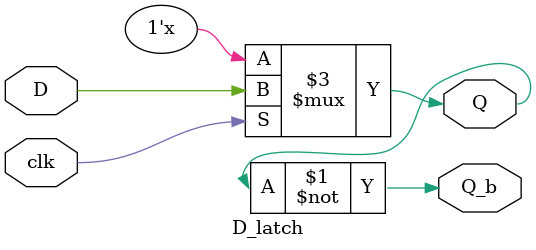
<source format=v>
`timescale 1ns / 1ps

module D_latch(
    input D,
    input clk,
    output reg Q,
    output Q_b
    );
    
    assign Q_b = ~Q;
    always @(D, clk) begin
        if (clk)
            Q <= D;
    end
endmodule

</source>
